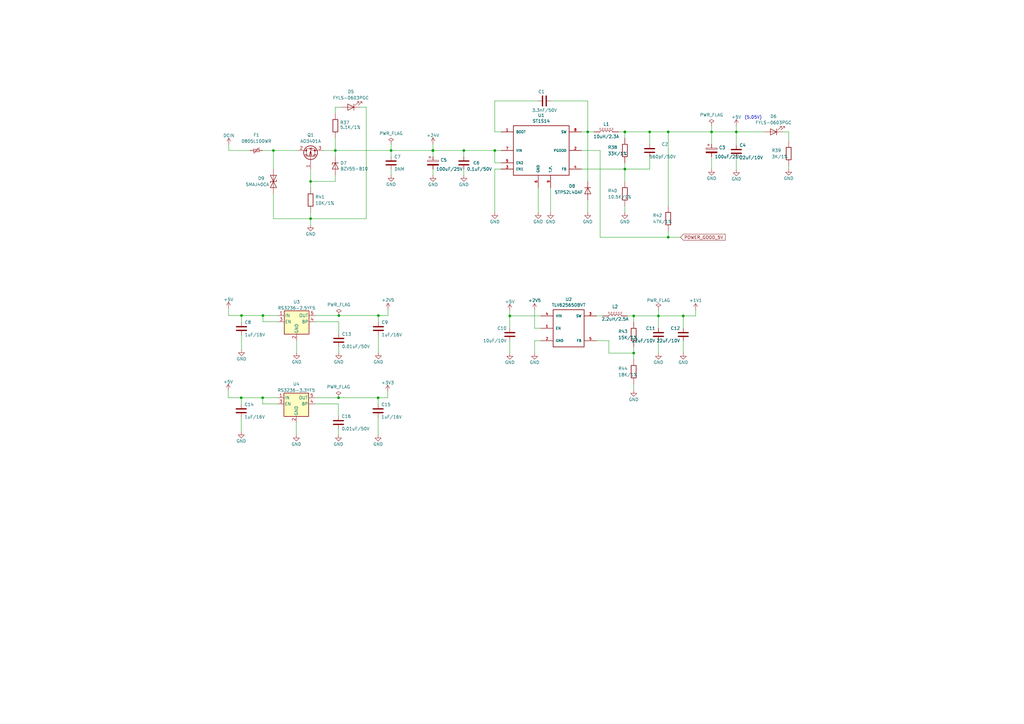
<source format=kicad_sch>
(kicad_sch (version 20230121) (generator eeschema)
  (paper "A3")
  (title_block (title "ПИР СЦХ-254 \"Карно\"\n(Karnix ASB-254)") (date "2024-02-01") (rev "V1.2") (company "ООО \"Фабмикро\"") (comment 1 "ФМТД.466961.029 Э3") (comment 2 "Залата Р.Н."))
  (lib_symbols
    (symbol "Fabmicro:+1V1" (power) (pin_names (offset 0))
      (property "Value" "+1V1" (at 0 3.556 0))
      (symbol "+1V1_0_1"
        (polyline (pts (xy -0.762 1.27) (xy 0 2.54)))
        (polyline (pts (xy 0 0) (xy 0 2.54)))
        (polyline (pts (xy 0 2.54) (xy 0.762 1.27)))
      )
      (symbol "+1V1_1_1"
        (pin power_in line (at 0 0 90) (length 0) hide (name "+1V1") (number "1"))
      )
    )
    (symbol "Fabmicro:+2V5" (power) (pin_names (offset 0))
      (property "Value" "+2V5" (at 0 3.556 0))
      (symbol "+2V5_0_1"
        (polyline (pts (xy -0.762 1.27) (xy 0 2.54)))
        (polyline (pts (xy 0 0) (xy 0 2.54)))
        (polyline (pts (xy 0 2.54) (xy 0.762 1.27)))
      )
      (symbol "+2V5_1_1"
        (pin power_in line (at 0 0 90) (length 0) hide (name "+2V5") (number "1"))
      )
    )
    (symbol "Fabmicro:+3V3" (power) (pin_names (offset 0))
      (property "Value" "+3V3" (at 0 3.556 0))
      (symbol "+3V3_0_1"
        (polyline (pts (xy -0.762 1.27) (xy 0 2.54)))
        (polyline (pts (xy 0 0) (xy 0 2.54)))
        (polyline (pts (xy 0 2.54) (xy 0.762 1.27)))
      )
      (symbol "+3V3_1_1"
        (pin power_in line (at 0 0 90) (length 0) hide (name "+3V3") (number "1"))
      )
    )
    (symbol "Fabmicro:CapacitorPolarized" (pin_numbers hide) (pin_names (offset 0.254))
      (property "Reference" "C" (at 0.635 2.54 0))
      (property "Value" "CapacitorPolarized" (at 0.635 -2.54 0))
      (symbol "CapacitorPolarized_0_1"
        (rectangle (start -2.286 0.508) (end 2.286 1.016))
        (polyline (pts (xy -1.778 2.286) (xy -0.762 2.286)))
        (polyline (pts (xy -1.27 2.794) (xy -1.27 1.778)))
        (rectangle (start 2.286 -0.508) (end -2.286 -1.016) (fill (type outline)))
      )
      (symbol "CapacitorPolarized_1_1"
        (pin passive line (at 0 2.54 270) (length 1.524) (name "~") (number "1"))
        (pin passive line (at 0 -2.54 90) (length 1.524) (name "~") (number "2"))
      )
    )
    (symbol "Fabmicro:CapacitorUnpolarized" (pin_numbers hide) (pin_names (offset 0.254))
      (property "Reference" "C" (at -2.54 0.635 90))
      (property "Value" "CapacitorUnpolarized" (at 2.54 0.635 90))
      (symbol "CapacitorUnpolarized_0_1"
        (polyline (pts (xy -0.762 -2.032) (xy -0.762 2.032)) (stroke (width 0.508)))
        (polyline (pts (xy 0.762 -2.032) (xy 0.762 2.032)) (stroke (width 0.508)))
      )
      (symbol "CapacitorUnpolarized_1_1"
        (pin passive line (at -2.54 0 0) (length 1.524) (name "~") (number "1"))
        (pin passive line (at 2.54 0 180) (length 1.524) (name "~") (number "2"))
      )
    )
    (symbol "Fabmicro:DCIN" (power) (pin_names (offset 0))
      (property "Value" "DCIN" (at 0 3.556 0))
      (symbol "DCIN_0_1"
        (polyline (pts (xy -0.762 1.27) (xy 0 2.54)))
        (polyline (pts (xy 0 0) (xy 0 2.54)))
        (polyline (pts (xy 0 2.54) (xy 0.762 1.27)))
      )
      (symbol "DCIN_1_1"
        (pin power_in line (at 0 0 90) (length 0) hide (name "DCIN") (number "1"))
      )
    )
    (symbol "Fabmicro:Diode" (pin_numbers hide) (pin_names (offset 1.016) hide)
      (property "Reference" "D" (at 3.81 2.54 0))
      (property "Value" "Diode" (at 3.81 -2.54 0))
      (symbol "Diode_1_1"
        (polyline (pts (xy 2.54 1.27) (xy 2.54 -1.27)) (stroke (width 0.2032)))
        (polyline (pts (xy 5.08 0) (xy 2.54 0)))
        (polyline (pts (xy 5.08 1.27) (xy 5.08 -1.27) (xy 2.54 0) (xy 5.08 1.27)) (stroke (width 0.2032)))
        (pin passive line (at 0 0 0) (length 2.54) (name "K") (number "1"))
        (pin passive line (at 7.62 0 180) (length 2.54) (name "A") (number "2"))
      )
    )
    (symbol "Fabmicro:LED" (pin_numbers hide) (pin_names (offset 1.016) hide)
      (property "Reference" "D" (at 3.81 2.54 0))
      (property "Value" "LED" (at 3.81 -2.54 0))
      (symbol "LED_0_1"
        (polyline (pts (xy 2.54 -1.27) (xy 2.54 1.27)) (stroke (width 0.2032)))
        (polyline (pts (xy 2.54 0) (xy 5.08 0)))
        (polyline (pts (xy 5.08 -1.27) (xy 5.08 1.27) (xy 2.54 0) (xy 5.08 -1.27)) (stroke (width 0.2032)))
        (polyline (pts (xy 0.762 -0.762) (xy -0.762 -2.286) (xy 0 -2.286) (xy -0.762 -2.286) (xy -0.762 -1.524)))
        (polyline (pts (xy 2.032 -0.762) (xy 0.508 -2.286) (xy 1.27 -2.286) (xy 0.508 -2.286) (xy 0.508 -1.524)))
      )
      (symbol "LED_1_1"
        (pin passive line (at 0 0 0) (length 2.54) (name "K") (number "1"))
        (pin passive line (at 7.62 0 180) (length 2.54) (name "A") (number "2"))
      )
    )
    (symbol "Fabmicro:L_Ferrite" (pin_numbers hide) (pin_names (offset 1.016) hide)
      (property "Reference" "L" (at 0 -1.27 0))
      (property "Value" "L_Ferrite" (at 0 2.794 0))
      (symbol "L_Ferrite_0_1"
        (arc (start -1.27 0) (mid -1.905 0.6323) (end -2.54 0))
        (arc (start 0 0) (mid -0.635 0.6323) (end -1.27 0))
        (polyline (pts (xy -2.794 1.524) (xy -2.286 1.524)))
        (polyline (pts (xy -2.286 1.016) (xy -2.794 1.016)))
        (polyline (pts (xy -1.778 1.524) (xy -1.27 1.524)))
        (polyline (pts (xy -1.27 1.016) (xy -1.778 1.016)))
        (polyline (pts (xy -0.762 1.524) (xy -0.254 1.524)))
        (polyline (pts (xy -0.254 1.016) (xy -0.762 1.016)))
        (polyline (pts (xy 0.254 1.524) (xy 0.762 1.524)))
        (polyline (pts (xy 0.762 1.016) (xy 0.254 1.016)))
        (polyline (pts (xy 1.27 1.524) (xy 1.778 1.524)))
        (polyline (pts (xy 1.778 1.016) (xy 1.27 1.016)))
        (polyline (pts (xy 2.286 1.524) (xy 2.794 1.524)))
        (polyline (pts (xy 2.794 1.016) (xy 2.286 1.016)))
        (arc (start 1.27 0) (mid 0.635 0.6323) (end 0 0))
        (arc (start 2.54 0) (mid 1.905 0.6323) (end 1.27 0))
      )
      (symbol "L_Ferrite_1_1"
        (pin passive line (at -5.08 0 0) (length 2.54) (name "1") (number "1"))
        (pin passive line (at 5.08 0 180) (length 2.54) (name "2") (number "2"))
      )
    )
    (symbol "Fabmicro:MOSFET_P_CH" (pin_names (offset 1.016) hide)
      (property "Reference" "VT" (at 10.16 2.54 0))
      (property "Value" "MOSFET_P_CH" (at 10.16 0 0))
      (symbol "MOSFET_P_CH_1_1"
        (polyline (pts (xy 2.54 0) (xy 5.334 0)))
        (polyline (pts (xy 5.842 -1.778) (xy 7.62 -1.778)))
        (polyline (pts (xy 5.842 -1.27) (xy 5.842 -2.286)) (stroke (width 0.254)))
        (polyline (pts (xy 5.842 0) (xy 7.62 0)))
        (polyline (pts (xy 5.842 0.508) (xy 5.842 -0.508)) (stroke (width 0.254)))
        (polyline (pts (xy 5.842 1.778) (xy 7.62 1.778)))
        (polyline (pts (xy 5.842 2.286) (xy 5.842 1.27)) (stroke (width 0.254)))
        (polyline (pts (xy 7.62 -1.778) (xy 7.62 -2.54)))
        (polyline (pts (xy 7.62 -1.778) (xy 7.62 0)))
        (polyline (pts (xy 7.62 2.54) (xy 7.62 1.778)))
        (polyline (pts (xy 5.334 1.905) (xy 5.334 -1.905) (xy 5.334 -1.905)) (stroke (width 0.254)))
        (polyline (pts (xy 7.366 0) (xy 6.35 -0.381) (xy 6.35 0.381) (xy 7.366 0)) (fill (type outline)))
        (polyline (pts (xy 7.62 -1.778) (xy 8.382 -1.778) (xy 8.382 1.778) (xy 7.62 1.778)))
        (polyline (pts (xy 8.382 -0.381) (xy 8.763 0.254) (xy 8.001 0.254) (xy 8.382 -0.381)))
        (polyline (pts (xy 8.89 -0.508) (xy 8.763 -0.381) (xy 8.001 -0.381) (xy 7.874 -0.254)))
        (circle (center 6.731 0) (radius 2.8194) (stroke (width 0.254)))
        (circle (center 7.62 -1.778) (radius 0.2794) (fill (type outline)))
        (circle (center 7.62 1.778) (radius 0.2794) (fill (type outline)))
        (pin input line (at 0 0 0) (length 2.54) (name "G") (number "1"))
        (pin passive line (at 7.62 5.08 270) (length 2.54) (name "D") (number "2"))
        (pin passive line (at 7.62 -5.08 90) (length 2.54) (name "S") (number "3"))
      )
    )
    (symbol "Fabmicro:Polyfuse_Small" (pin_numbers hide) (pin_names (offset 0))
      (property "Reference" "F" (at 2.54 1.905 0))
      (property "Value" "Polyfuse_Small" (at 2.54 -1.905 0))
      (symbol "Polyfuse_Small_0_1"
        (polyline (pts (xy 5.08 0) (xy 0 0)))
        (polyline (pts (xy 3.81 1.016) (xy 3.302 1.016) (xy 1.778 -1.016) (xy 1.27 -1.016)))
        (rectangle (start 3.81 0.508) (end 1.27 -0.508))
      )
      (symbol "Polyfuse_Small_1_1"
        (pin passive line (at 5.08 0 180) (length 0.635) (name "~") (number "1"))
        (pin passive line (at 0 0 0) (length 0.635) (name "~") (number "2"))
      )
    )
    (symbol "Fabmicro:ProtectiveDiodeDA" (pin_numbers hide) (pin_names (offset 1.016) hide)
      (property "Reference" "D" (at 5.08 2.54 0))
      (property "Value" "ProtectiveDiodeDA" (at 6.35 -2.54 0))
      (symbol "ProtectiveDiodeDA_1_1"
        (polyline (pts (xy 2.54 0) (xy 5.08 0)))
        (polyline (pts (xy 7.62 0) (xy 5.08 0)))
        (polyline (pts (xy 2.54 -1.27) (xy 2.54 1.27) (xy 5.08 0) (xy 2.54 -1.27)) (stroke (width 0.2032)))
        (polyline (pts (xy 4.445 1.27) (xy 5.08 1.27) (xy 5.08 -1.27) (xy 5.715 -1.27)) (stroke (width 0.2032)))
        (polyline (pts (xy 7.62 1.27) (xy 7.62 -1.27) (xy 5.08 0) (xy 7.62 1.27)) (stroke (width 0.2032)))
        (pin passive line (at 0 0 0) (length 2.54) (name "K") (number "1"))
        (pin passive line (at 10.16 0 180) (length 2.54) (name "A") (number "2"))
      )
    )
    (symbol "Fabmicro:RS3236" (pin_names (offset 0.254))
      (property "Reference" "U" (at -3.81 5.715 0))
      (property "Value" "RS3236" (at 0 5.715 0))
      (symbol "RS3236_0_1"
        (rectangle (start -5.08 4.445) (end 5.08 -5.08) (stroke (width 0.254)) (fill (type background)))
      )
      (symbol "RS3236_1_1"
        (pin power_in line (at -7.62 2.54 0) (length 2.54) (name "IN") (number "1"))
        (pin power_in line (at 0 -7.62 90) (length 2.54) (name "GND") (number "2"))
        (pin input line (at -7.62 0 0) (length 2.54) (name "EN") (number "3"))
        (pin input line (at 7.62 0 180) (length 2.54) (name "BP") (number "4"))
        (pin power_out line (at 7.62 2.54 180) (length 2.54) (name "OUT") (number "5"))
      )
    )
    (symbol "Fabmicro:Resistor" (pin_numbers hide) (pin_names (offset 0))
      (property "Reference" "R" (at 0 2.032 0))
      (property "Value" "Resistor" (at 0 0 0))
      (symbol "Resistor_0_1"
        (rectangle (start 2.54 -1.016) (end -2.54 1.016) (stroke (width 0.254)))
      )
      (symbol "Resistor_1_1"
        (pin passive line (at -5.08 0 0) (length 2.54) (name "~") (number "1"))
        (pin passive line (at 5.08 0 180) (length 2.54) (name "~") (number "2"))
      )
    )
    (symbol "Fabmicro:ST1S14" (pin_names (offset 1.016))
      (property "Reference" "IC" (at 0 3.81 0))
      (property "Value" "ST1S14" (at 0 1.27 0))
      (symbol "ST1S14_1_0"
        (polyline (pts (xy 0 -20.32) (xy 0 0)) (stroke (width 0.254)))
        (polyline (pts (xy 0 0) (xy 22.86 0)) (stroke (width 0.254)))
        (polyline (pts (xy 22.86 -20.32) (xy 0 -20.32)) (stroke (width 0.254)))
        (polyline (pts (xy 22.86 0) (xy 22.86 -20.32)) (stroke (width 0.254)))
      )
      (symbol "ST1S14_1_1"
        (pin passive line (at -5.08 -2.54 0) (length 5.08) (name "BOOT") (number "1"))
        (pin open_collector line (at 27.94 -10.16 180) (length 5.08) (name "PGOOD") (number "2"))
        (pin input line (at -5.08 -17.78 0) (length 5.08) (name "EN1") (number "3"))
        (pin passive line (at 27.94 -17.78 180) (length 5.08) (name "FB") (number "4"))
        (pin input line (at -5.08 -15.24 0) (length 5.08) (name "EN2") (number "5"))
        (pin power_in line (at 10.16 -25.4 90) (length 5.08) (name "GND") (number "6"))
        (pin power_in line (at -5.08 -10.16 0) (length 5.08) (name "VIN") (number "7"))
        (pin power_out line (at 27.94 -2.54 180) (length 5.08) (name "SW") (number "8"))
        (pin power_in line (at 15.24 -25.4 90) (length 5.08) (name "T.P.") (number "9"))
      )
    )
    (symbol "Fabmicro:TLV62565DBVT" (pin_names (offset 1.016))
      (property "Reference" "IC" (at 0 2.54 0))
      (property "Value" "TLV62565DBVT" (at 5.08 2.54 0))
      (symbol "TLV62565DBVT_1_0"
        (polyline (pts (xy 0 -15.24) (xy 0 0)) (stroke (width 0.254)))
        (polyline (pts (xy 0 0) (xy 12.7 0)) (stroke (width 0.254)))
        (polyline (pts (xy 12.7 -15.24) (xy 0 -15.24)) (stroke (width 0.254)))
        (polyline (pts (xy 12.7 0) (xy 12.7 -15.24)) (stroke (width 0.254)))
      )
      (symbol "TLV62565DBVT_1_1"
        (pin input line (at -5.08 -7.62 0) (length 5.08) (name "EN") (number "1"))
        (pin power_in line (at -5.08 -12.7 0) (length 5.08) (name "GND") (number "2"))
        (pin power_out line (at 17.78 -2.54 180) (length 5.08) (name "SW") (number "3"))
        (pin power_in line (at -5.08 -2.54 0) (length 5.08) (name "VIN") (number "4"))
        (pin input line (at 17.78 -12.7 180) (length 5.08) (name "FB") (number "5"))
      )
    )
    (symbol "Fabmicro:ZenerDiode" (pin_numbers hide) (pin_names (offset 1.016) hide)
      (property "Reference" "D" (at 2.54 2.54 0))
      (property "Value" "ZenerDiode" (at 3.81 -2.54 0))
      (symbol "ZenerDiode_1_1"
        (polyline (pts (xy 5.08 0) (xy 2.54 0)))
        (polyline (pts (xy 2.54 1.27) (xy 2.54 -1.27) (xy 3.175 -1.27)) (stroke (width 0.2032)))
        (polyline (pts (xy 5.08 1.27) (xy 5.08 -1.27) (xy 2.54 0) (xy 5.08 1.27)) (stroke (width 0.2032)))
        (pin passive line (at 0 0 0) (length 2.54) (name "K") (number "1"))
        (pin passive line (at 7.62 0 180) (length 2.54) (name "A") (number "2"))
      )
    )
    (symbol "power:+24V" (power) (pin_names (offset 0))
      (property "Value" "+24V" (at 0 3.556 0))
      (symbol "+24V_0_1"
        (polyline (pts (xy -0.762 1.27) (xy 0 2.54)))
        (polyline (pts (xy 0 0) (xy 0 2.54)))
        (polyline (pts (xy 0 2.54) (xy 0.762 1.27)))
      )
      (symbol "+24V_1_1"
        (pin power_in line (at 0 0 90) (length 0) hide (name "+24V") (number "1"))
      )
    )
    (symbol "power:+5V" (power) (pin_names (offset 0))
      (property "Value" "+5V" (at 0 3.556 0))
      (symbol "+5V_0_1"
        (polyline (pts (xy -0.762 1.27) (xy 0 2.54)))
        (polyline (pts (xy 0 0) (xy 0 2.54)))
        (polyline (pts (xy 0 2.54) (xy 0.762 1.27)))
      )
      (symbol "+5V_1_1"
        (pin power_in line (at 0 0 90) (length 0) hide (name "+5V") (number "1"))
      )
    )
    (symbol "power:GND" (power) (pin_names (offset 0))
      (property "Value" "GND" (at 0 -3.81 0))
      (symbol "GND_0_1"
        (polyline (pts (xy 0 0) (xy 0 -1.27) (xy 1.27 -1.27) (xy 0 -2.54) (xy -1.27 -1.27) (xy 0 -1.27)))
      )
      (symbol "GND_1_1"
        (pin power_in line (at 0 0 270) (length 0) hide (name "GND") (number "1"))
      )
    )
    (symbol "power:PWR_FLAG" (power) (pin_numbers hide) (pin_names (offset 0) hide)
      (property "Value" "PWR_FLAG" (at 0 3.81 0))
      (symbol "PWR_FLAG_0_0"
        (pin power_out line (at 0 0 90) (length 0) (name "pwr") (number "1"))
      )
      (symbol "PWR_FLAG_0_1"
        (polyline (pts (xy 0 0) (xy 0 1.27) (xy -1.016 1.905) (xy 0 2.54) (xy 1.016 1.905) (xy 0 1.27)))
      )
    )
  )
  (junction (at 127.381 89.662))
  (junction (at 99.0541 129.4152))
  (junction (at 259.8982 144.8122))
  (junction (at 291.846 54.102))
  (junction (at 256.286 69.342))
  (junction (at 177.546 61.7389))
  (junction (at 270.0582 129.5722))
  (junction (at 137.541 61.722))
  (junction (at 155.0782 163.1315))
  (junction (at 190.246 61.722))
  (junction (at 202.946 61.722))
  (junction (at 274.066 97.282))
  (junction (at 127.381 74.422))
  (junction (at 209.0982 129.5722))
  (junction (at 155.2007 129.4152))
  (junction (at 241.046 54.102))
  (junction (at 280.2182 129.5722))
  (junction (at 107.7201 163.1315))
  (junction (at 266.446 54.102))
  (junction (at 138.8599 163.1315))
  (junction (at 138.9824 129.4152))
  (junction (at 274.066 54.102))
  (junction (at 256.286 54.102))
  (junction (at 98.9316 163.1315))
  (junction (at 112.141 61.722))
  (junction (at 259.8982 129.5722))
  (junction (at 302.006 54.102))
  (junction (at 177.546 61.722))
  (junction (at 160.401 61.722))
  (junction (at 107.8426 129.4152))
  (wire (pts (xy 323.469 57.912) (xy 323.469 54.102)))
  (wire (pts (xy 121.5376 178.3715) (xy 121.5376 173.2915)))
  (wire (pts (xy 127.381 69.342) (xy 127.381 74.422)))
  (wire (pts (xy 113.9176 165.6715) (xy 107.7201 165.6715)))
  (wire (pts (xy 241.046 41.402) (xy 225.806 41.402)))
  (wire (pts (xy 93.853 59.182) (xy 93.853 61.722)))
  (wire (pts (xy 107.7201 165.6715) (xy 107.7201 163.1315)))
  (wire (pts (xy 129.2801 131.9552) (xy 138.9321 131.9552)))
  (wire (pts (xy 155.194 143.3598) (xy 155.2007 143.3598)))
  (wire (pts (xy 129.1576 165.6715) (xy 138.8096 165.6715)))
  (wire (pts (xy 219.2582 134.6522) (xy 219.2582 127.0322)))
  (wire (pts (xy 249.7382 139.7322) (xy 249.7382 144.8122)))
  (wire (pts (xy 270.0582 129.5722) (xy 280.2182 129.5722)))
  (wire (pts (xy 190.246 61.722) (xy 202.946 61.722)))
  (wire (pts (xy 266.446 69.342) (xy 266.446 64.262)))
  (wire (pts (xy 159.004 160.528) (xy 159.004 163.1315)))
  (wire (pts (xy 140.081 43.942) (xy 137.541 43.942)))
  (wire (pts (xy 177.5784 61.8216) (xy 177.546 61.8216)))
  (wire (pts (xy 177.546 61.722) (xy 190.246 61.722)))
  (wire (pts (xy 160.401 69.3616) (xy 160.401 71.8374)))
  (wire (pts (xy 209.0982 139.7322) (xy 209.0982 144.8122)))
  (wire (pts (xy 209.0982 127.2862) (xy 209.0982 129.5722)))
  (wire (pts (xy 177.546 61.722) (xy 177.546 61.7389)))
  (wire (pts (xy 160.401 61.722) (xy 160.401 64.2816)))
  (wire (pts (xy 155.0715 178.3693) (xy 155.0715 177.0761)))
  (wire (pts (xy 209.0982 129.5722) (xy 221.7982 129.5722)))
  (wire (pts (xy 99.0541 129.4152) (xy 99.0541 132.2092)))
  (wire (pts (xy 98.9316 163.1315) (xy 93.599 163.1315)))
  (wire (pts (xy 246.126 97.282) (xy 274.066 97.282)))
  (wire (pts (xy 177.6 61.7389) (xy 177.546 61.7389)))
  (wire (pts (xy 121.6601 144.6552) (xy 121.6601 139.5752)))
  (wire (pts (xy 256.286 69.342) (xy 256.286 74.422)))
  (wire (pts (xy 246.126 61.722) (xy 246.126 97.282)))
  (wire (pts (xy 137.541 61.722) (xy 137.541 56.642)))
  (wire (pts (xy 302.006 54.102) (xy 302.006 59.563)))
  (wire (pts (xy 137.541 43.942) (xy 137.541 46.482)))
  (wire (pts (xy 177.6 64.26) (xy 177.6 61.7389)))
  (wire (pts (xy 225.806 76.962) (xy 225.806 87.122)))
  (wire (pts (xy 202.946 54.102) (xy 205.486 54.102)))
  (wire (pts (xy 274.066 84.582) (xy 274.066 54.102)))
  (wire (pts (xy 155.0715 177.0761) (xy 155.0782 177.0761)))
  (wire (pts (xy 238.506 61.722) (xy 246.126 61.722)))
  (wire (pts (xy 259.8982 129.5722) (xy 270.0582 129.5722)))
  (wire (pts (xy 238.506 69.342) (xy 256.286 69.342)))
  (wire (pts (xy 137.541 71.882) (xy 137.541 74.422)))
  (wire (pts (xy 259.8982 160.0522) (xy 259.8982 157.5122)))
  (wire (pts (xy 147.701 43.942) (xy 150.241 43.942)))
  (wire (pts (xy 112.141 69.342) (xy 112.141 61.722)))
  (wire (pts (xy 259.8982 129.5722) (xy 259.8982 132.1122)))
  (wire (pts (xy 138.8096 178.3715) (xy 138.8096 175.8315)))
  (wire (pts (xy 202.946 61.722) (xy 202.946 66.802)))
  (wire (pts (xy 253.746 54.102) (xy 256.286 54.102)))
  (wire (pts (xy 159.131 126.873) (xy 159.131 129.4152)))
  (wire (pts (xy 256.286 54.102) (xy 266.446 54.102)))
  (wire (pts (xy 291.846 64.262) (xy 291.846 69.342)))
  (wire (pts (xy 107.8426 129.4152) (xy 114.0401 129.4152)))
  (wire (pts (xy 323.469 69.342) (xy 323.469 68.072)))
  (wire (pts (xy 177.5784 59.097) (xy 177.5784 61.8216)))
  (wire (pts (xy 244.6582 139.7322) (xy 249.7382 139.7322)))
  (wire (pts (xy 274.066 97.282) (xy 274.066 94.742)))
  (wire (pts (xy 155.2007 143.3598) (xy 155.2007 137.2892)))
  (wire (pts (xy 291.846 54.102) (xy 291.846 59.182)))
  (wire (pts (xy 220.726 41.402) (xy 202.946 41.402)))
  (wire (pts (xy 209.0982 129.5722) (xy 209.0982 134.6522)))
  (wire (pts (xy 107.7201 163.1315) (xy 98.9316 163.1315)))
  (wire (pts (xy 270.0582 129.5722) (xy 270.0582 127.0322)))
  (wire (pts (xy 238.506 54.102) (xy 241.046 54.102)))
  (wire (pts (xy 221.7982 139.7322) (xy 219.2582 139.7322)))
  (wire (pts (xy 241.046 74.422) (xy 241.046 54.102)))
  (wire (pts (xy 93.7215 129.4152) (xy 93.7215 126.4307)))
  (wire (pts (xy 302.006 64.643) (xy 302.006 69.596)))
  (wire (pts (xy 291.846 54.102) (xy 302.006 54.102)))
  (wire (pts (xy 285.2982 129.5722) (xy 285.2982 127.0322)))
  (wire (pts (xy 138.9321 144.6552) (xy 138.9321 142.1152)))
  (wire (pts (xy 274.066 54.102) (xy 291.846 54.102)))
  (wire (pts (xy 160.401 61.722) (xy 177.546 61.722)))
  (wire (pts (xy 202.946 66.802) (xy 205.486 66.802)))
  (wire (pts (xy 280.2182 129.5722) (xy 285.2982 129.5722)))
  (wire (pts (xy 259.8982 142.2722) (xy 259.8982 144.8122)))
  (wire (pts (xy 159.004 163.1315) (xy 155.0782 163.1315)))
  (wire (pts (xy 256.286 84.582) (xy 256.286 87.122)))
  (wire (pts (xy 177.6 71.9) (xy 177.6 69.34)))
  (wire (pts (xy 280.2182 139.7322) (xy 280.2182 144.8122)))
  (wire (pts (xy 127.381 74.422) (xy 127.381 76.962)))
  (wire (pts (xy 138.8096 165.6715) (xy 138.8096 170.7515)))
  (wire (pts (xy 155.0782 163.1315) (xy 155.0782 165.9255)))
  (wire (pts (xy 241.046 54.102) (xy 241.046 41.402)))
  (wire (pts (xy 313.436 54.102) (xy 302.006 54.102)))
  (wire (pts (xy 291.846 51.562) (xy 291.846 54.102)))
  (wire (pts (xy 256.286 54.102) (xy 256.286 56.642)))
  (wire (pts (xy 259.8982 144.8122) (xy 259.8982 147.3522)))
  (wire (pts (xy 137.541 64.262) (xy 137.541 61.722)))
  (wire (pts (xy 138.9321 131.9552) (xy 138.9321 137.0352)))
  (wire (pts (xy 205.486 69.342) (xy 202.946 69.342)))
  (wire (pts (xy 270.0582 139.7322) (xy 270.0582 144.8122)))
  (wire (pts (xy 132.461 61.722) (xy 137.541 61.722)))
  (wire (pts (xy 107.696 61.722) (xy 112.141 61.722)))
  (wire (pts (xy 202.946 41.402) (xy 202.946 54.102)))
  (wire (pts (xy 244.6582 129.5722) (xy 247.1982 129.5722)))
  (wire (pts (xy 107.8426 129.4152) (xy 99.0541 129.4152)))
  (wire (pts (xy 155.0782 163.1315) (xy 138.8599 163.1315)))
  (wire (pts (xy 270.0582 129.5722) (xy 270.0582 134.6522)))
  (wire (pts (xy 93.599 163.1315) (xy 93.599 160.147)))
  (wire (pts (xy 150.241 89.662) (xy 150.241 43.942)))
  (wire (pts (xy 190.246 71.882) (xy 190.246 69.342)))
  (wire (pts (xy 127.381 87.122) (xy 127.381 89.662)))
  (wire (pts (xy 302.006 51.562) (xy 302.006 54.102)))
  (wire (pts (xy 221.7982 134.6522) (xy 219.2582 134.6522)))
  (wire (pts (xy 159.131 129.4152) (xy 155.2007 129.4152)))
  (wire (pts (xy 205.486 61.722) (xy 202.946 61.722)))
  (wire (pts (xy 280.2182 129.5722) (xy 280.2182 134.6522)))
  (wire (pts (xy 274.066 97.282) (xy 279.146 97.282)))
  (wire (pts (xy 219.2582 139.7322) (xy 219.2582 144.8122)))
  (wire (pts (xy 266.446 54.102) (xy 274.066 54.102)))
  (wire (pts (xy 99.0541 129.4152) (xy 93.7215 129.4152)))
  (wire (pts (xy 138.8599 163.1315) (xy 129.1576 163.1315)))
  (wire (pts (xy 241.046 54.102) (xy 243.586 54.102)))
  (wire (pts (xy 112.141 61.722) (xy 122.301 61.722)))
  (wire (pts (xy 323.469 54.102) (xy 321.056 54.102)))
  (wire (pts (xy 98.9316 177.1015) (xy 98.9316 171.0055)))
  (wire (pts (xy 249.7382 144.8122) (xy 259.8982 144.8122)))
  (wire (pts (xy 155.194 144.653) (xy 155.194 143.3598)))
  (wire (pts (xy 112.141 79.502) (xy 112.141 89.662)))
  (wire (pts (xy 177.546 61.7389) (xy 177.546 61.8216)))
  (wire (pts (xy 202.946 69.342) (xy 202.946 87.122)))
  (wire (pts (xy 137.541 61.722) (xy 160.401 61.722)))
  (wire (pts (xy 107.8426 131.9552) (xy 107.8426 129.4152)))
  (wire (pts (xy 241.046 87.122) (xy 241.046 82.042)))
  (wire (pts (xy 98.9316 163.1315) (xy 98.9316 165.9255)))
  (wire (pts (xy 127.381 89.662) (xy 150.241 89.662)))
  (wire (pts (xy 266.446 59.182) (xy 266.446 54.102)))
  (wire (pts (xy 160.401 61.722) (xy 160.401 59.182)))
  (wire (pts (xy 155.2007 129.4152) (xy 138.9824 129.4152)))
  (wire (pts (xy 93.853 61.722) (xy 102.616 61.722)))
  (wire (pts (xy 256.286 69.342) (xy 266.446 69.342)))
  (wire (pts (xy 220.726 76.962) (xy 220.726 87.122)))
  (wire (pts (xy 99.0541 143.3852) (xy 99.0541 137.2892)))
  (wire (pts (xy 127.381 74.422) (xy 137.541 74.422)))
  (wire (pts (xy 155.2007 129.4152) (xy 155.2007 132.2092)))
  (wire (pts (xy 190.246 64.262) (xy 190.246 61.722)))
  (wire (pts (xy 256.286 66.802) (xy 256.286 69.342)))
  (wire (pts (xy 114.0401 131.9552) (xy 107.8426 131.9552)))
  (wire (pts (xy 112.141 89.662) (xy 127.381 89.662)))
  (wire (pts (xy 257.3582 129.5722) (xy 259.8982 129.5722)))
  (wire (pts (xy 127.381 92.202) (xy 127.381 89.662)))
  (wire (pts (xy 155.0782 177.0761) (xy 155.0782 171.0055)))
  (wire (pts (xy 107.7201 163.1315) (xy 113.9176 163.1315)))
  (wire (pts (xy 138.9824 129.4152) (xy 129.2801 129.4152)))
  (text "(5.05V)" (at 305.308 49.022 0) (effects (font (size 1.27 1.27)) (justify left bottom)))
  (global_label "POWER_GOOD_5V" (shape input) (at 279.146 97.282 0) (property "Intersheetrefs" "${INTERSHEET_REFS}" (effects hide)))
  (symbol (lib_id "Fabmicro:+1V1") (at 285.2982 127.0322 0) (unit 1)
    (property "Reference" "#PWR038" (effects hide))
    (property "Value" "+1V1" (at 285.2982 123.2222 0))
  )
  (symbol (lib_id "Fabmicro:+2V5") (at 219.2582 127.0322 0) (unit 1)
    (property "Reference" "#PWR037" (effects hide))
    (property "Value" "+2V5" (at 219.2582 123.2222 0))
  )
  (symbol (lib_id "Fabmicro:TLV62565DBVT") (at 226.8782 127.0322 0) (unit 1)
    (property "Reference" "U2" (at 233.2282 122.7904 0))
    (property "Value" "TLV62565DBVT" (at 233.2282 125.1018 0))
    (property "Footprint" "Fabmicro:SOT-23-5" (effects hide))
    (property "Поле4" "Texas Instruments Incorporated" (effects hide))
    (property "Поле5" "Available" (effects hide))
    (property "Поле7" "TLV62565DBVT" (effects hide))
    (property "Поле8" "5 Pins SOT23-5 Package" (effects hide))
    (property "Mfr. Part Number" "TLV62565DBV" (effects hide))
    (property "Supplier" "Fabmicro" (effects hide))
    (property "Manufacturer" "Texas Instruments Incorporated" (effects hide))
  )
  (symbol (lib_id "Fabmicro:CapacitorUnpolarized") (at 209.0982 137.1922 90) (mirror x) (unit 1)
    (property "Reference" "C10" (at 207.8282 134.6522 90) (effects (justify left)))
    (property "Value" "10uF/10V" (at 207.8282 139.7322 90) (effects (justify left)))
    (property "Footprint" "Capacitor_SMD:C_0603_1608Metric" (effects hide))
    (property "Mfr. Part Number" "GRM188R61A106KE69D" (effects hide))
    (property "Supplier" "Fabmicro" (effects hide))
  )
  (symbol (lib_id "power:GND") (at 219.2582 144.8122 0) (unit 1)
    (property "Reference" "#PWR045" (effects hide))
    (property "Value" "GND" (at 219.2582 148.6222 0))
  )
  (symbol (lib_id "Fabmicro:L_Ferrite") (at 252.2782 129.5722 0) (unit 1)
    (property "Reference" "L2" (at 252.2782 125.7622 0))
    (property "Value" "2.2uH/2.5A" (at 252.2782 130.8422 0))
    (property "Footprint" "Fabmicro:Murata_LQH44PN" (effects hide))
    (property "Mfr. Part Number" "LQH44PN2R2MP0" (effects hide))
    (property "Supplier" "Fabmicro" (effects hide))
  )
  (symbol (lib_id "Fabmicro:Resistor") (at 259.8982 152.4322 270) (unit 1)
    (property "Reference" "R44" (at 253.5482 151.1622 90) (effects (justify left)))
    (property "Value" "18K/1%" (at 253.5482 153.7022 90) (effects (justify left)))
    (property "Footprint" "Fabmicro:R_0402_1005Metric" (effects hide))
    (property "Mfr. Part Number" "RC0402FR-0718KL" (effects hide))
    (property "Supplier" "Fabmicro" (effects hide))
  )
  (symbol (lib_id "Fabmicro:Resistor") (at 259.8982 137.1922 270) (unit 1)
    (property "Reference" "R43" (at 253.5482 135.9222 90) (effects (justify left)))
    (property "Value" "15K/1%" (at 253.5482 138.4622 90) (effects (justify left)))
    (property "Footprint" "Fabmicro:R_0402_1005Metric" (effects hide))
    (property "Mfr. Part Number" "RC0402FR-0715KL" (effects hide))
    (property "Supplier" "Fabmicro" (effects hide))
  )
  (symbol (lib_id "power:GND") (at 209.0982 144.8122 0) (unit 1)
    (property "Reference" "#PWR044" (effects hide))
    (property "Value" "GND" (at 209.0982 148.6222 0))
  )
  (symbol (lib_id "power:GND") (at 270.0582 144.8122 0) (unit 1)
    (property "Reference" "#PWR046" (effects hide))
    (property "Value" "GND" (at 270.0582 148.6222 0))
  )
  (symbol (lib_id "power:GND") (at 259.8982 160.0522 0) (unit 1)
    (property "Reference" "#PWR048" (effects hide))
    (property "Value" "GND" (at 259.8982 163.8622 0))
  )
  (symbol (lib_id "power:GND") (at 280.2182 144.8122 0) (unit 1)
    (property "Reference" "#PWR047" (effects hide))
    (property "Value" "GND" (at 280.2182 148.6222 0))
  )
  (symbol (lib_id "Fabmicro:CapacitorUnpolarized") (at 270.0582 137.1922 90) (mirror x) (unit 1)
    (property "Reference" "C11" (at 268.7882 134.6522 90) (effects (justify left)))
    (property "Value" "22uF/10V" (at 268.7882 139.7322 90) (effects (justify left)))
    (property "Footprint" "Capacitor_SMD:C_0805_2012Metric" (effects hide))
    (property "Mfr. Part Number" "TCC0805X5R226M100FT" (effects hide))
    (property "Supplier" "Fabmicro" (effects hide))
  )
  (symbol (lib_id "Fabmicro:CapacitorUnpolarized") (at 280.2182 137.1922 90) (mirror x) (unit 1)
    (property "Reference" "C12" (at 278.9482 134.6522 90) (effects (justify left)))
    (property "Value" "22uF/10V" (at 278.9482 139.7322 90) (effects (justify left)))
    (property "Footprint" "Capacitor_SMD:C_0805_2012Metric" (effects hide))
    (property "Mfr. Part Number" "TCC0805X5R226M100FT" (effects hide))
    (property "Supplier" "Fabmicro" (effects hide))
  )
  (symbol (lib_id "power:PWR_FLAG") (at 270.0582 127.0322 0) (unit 1)
    (property "Reference" "#FLG03" (effects hide))
    (property "Value" "PWR_FLAG" (at 270.0582 123.2222 0))
  )
  (symbol (lib_id "Fabmicro:RS3236") (at 121.6601 131.9552 0) (unit 1)
    (property "Reference" "U3" (at 121.6601 123.8104 0))
    (property "Value" "RS3236-2.5YF5" (at 121.6601 126.3473 0))
    (property "Footprint" "Package_TO_SOT_SMD:SOT-23-5" (effects hide))
    (property "Mfr. Part Number" "RS3236-2.5YF5" (effects hide))
  )
  (symbol (lib_id "Fabmicro:CapacitorUnpolarized") (at 160.401 66.8216 270) (unit 1)
    (property "Reference" "C7" (at 161.671 64.2816 90) (effects (justify left)))
    (property "Value" "DNM" (at 161.671 69.3616 90) (effects (justify left)))
    (property "Footprint" "Capacitor_SMD:C_0805_2012Metric" (effects hide))
    (property "Supplier" "Fabmicro" (effects hide))
  )
  (symbol (lib_id "Fabmicro:ST1S14") (at 210.566 51.562 0) (unit 1)
    (property "Reference" "U1" (at 221.996 47.3202 0))
    (property "Value" "ST1S14" (at 221.996 49.657 0))
    (property "Footprint" "Fabmicro:HSOIC-8_3.9x4.9mm_P1.27mm" (effects hide))
    (property "Manufacturer" "STMicroelectronics" (effects hide))
    (property "Mfr. Part Number" "ST1S14PHR" (effects hide))
    (property "Supplier" "Elitan" (effects hide))
  )
  (symbol (lib_id "Fabmicro:CapacitorUnpolarized") (at 302.006 62.103 270) (unit 1)
    (property "Reference" "C4" (at 303.276 59.563 90) (effects (justify left)))
    (property "Value" "22uF/10V" (at 303.276 64.643 90) (effects (justify left)))
    (property "Footprint" "Capacitor_SMD:C_0805_2012Metric" (effects hide))
    (property "Mfr. Part Number" "TCC0805X5R226M100FT" (effects hide))
    (property "Supplier" "Fabmicro" (effects hide))
  )
  (symbol (lib_id "Fabmicro:DCIN") (at 93.853 59.182 0) (unit 1)
    (property "Reference" "#PWR03" (effects hide))
    (property "Value" "DCIN" (at 93.853 55.6149 0))
    (instances (project "Karnix_ASB" (path "" (reference "#PWR03") (unit 1)) (path "" (reference "#PWR022") (unit 1))))
  )
  (symbol (lib_id "power:GND") (at 323.469 69.342 0) (unit 1)
    (property "Reference" "#PWR024" (effects hide))
    (property "Value" "GND" (at 323.469 73.152 0))
  )
  (symbol (lib_id "power:+24V") (at 177.5784 59.097 0) (unit 1)
    (property "Reference" "#PWR021" (effects hide))
    (property "Value" "+24V" (at 177.5784 55.5299 0))
  )
  (symbol (lib_id "power:GND") (at 225.806 87.122 0) (mirror y) (unit 1)
    (property "Reference" "#PWR031" (effects hide))
    (property "Value" "GND" (at 225.806 90.932 0))
  )
  (symbol (lib_id "power:PWR_FLAG") (at 291.846 51.562 0) (unit 1)
    (property "Reference" "#FLG01" (effects hide))
    (property "Value" "PWR_FLAG" (at 291.846 47.117 0))
  )
  (symbol (lib_id "power:+5V") (at 209.0982 127.2862 0) (unit 1)
    (property "Reference" "#PWR039" (effects hide))
    (property "Value" "+5V" (at 209.0982 123.7191 0))
  )
  (symbol (lib_id "Fabmicro:CapacitorUnpolarized") (at 99.0541 134.7492 270) (unit 1)
    (property "Reference" "C8" (at 100.3241 132.2092 90) (effects (justify left)))
    (property "Value" "1uF/16V" (at 100.3241 137.2892 90) (effects (justify left)))
    (property "Footprint" "Fabmicro:C_0402_1005Metric" (effects hide))
    (property "Mfr. Part Number" "GRM155R61E105KA12D" (effects hide))
    (property "Supplier" "Fabmicro" (effects hide))
  )
  (symbol (lib_id "power:PWR_FLAG") (at 138.8599 163.1315 0) (unit 1)
    (property "Reference" "#FLG05" (effects hide))
    (property "Value" "PWR_FLAG" (at 138.8599 158.6865 0))
  )
  (symbol (lib_id "power:+5V") (at 302.006 51.562 0) (unit 1)
    (property "Reference" "#PWR020" (effects hide))
    (property "Value" "+5V" (at 302.006 47.9949 0))
  )
  (symbol (lib_id "Fabmicro:CapacitorPolarized") (at 291.846 61.722 0) (unit 1)
    (property "Reference" "C3" (at 294.8432 60.5536 0) (effects (justify left)))
    (property "Value" "100uF/25V" (at 293.116 64.262 0) (effects (justify left)))
    (property "Footprint" "Fabmicro:CP_EIA-7343-43_Kemet-X" (effects hide))
    (property "Mfr. Part Number" "TAJE107M025RNJ" (effects hide))
    (property "Supplier" "Fabmicro" (effects hide))
  )
  (symbol (lib_id "Fabmicro:Diode") (at 241.046 74.422 270) (unit 1)
    (property "Reference" "D8" (at 235.966 76.327 90) (effects (justify right)))
    (property "Value" "STPS2L40AF" (at 239.141 78.867 90) (effects (justify right)))
    (property "Footprint" "Fabmicro:D_SMA_FLAT" (effects hide))
    (property "Mfr. Part Number" "STPS2L40AF" (effects hide))
    (property "Supplier" "Elitan" (effects hide))
  )
  (symbol (lib_id "power:GND") (at 121.5376 178.3715 0) (unit 1)
    (property "Reference" "#PWR053" (effects hide))
    (property "Value" "GND" (at 121.5376 182.1815 0))
  )
  (symbol (lib_id "power:GND") (at 291.846 69.342 0) (mirror y) (unit 1)
    (property "Reference" "#PWR023" (effects hide))
    (property "Value" "GND" (at 291.846 73.152 0))
  )
  (symbol (lib_id "Fabmicro:CapacitorUnpolarized") (at 155.2007 134.7492 270) (unit 1)
    (property "Reference" "C9" (at 156.4707 132.2092 90) (effects (justify left)))
    (property "Value" "1uF/16V" (at 156.4707 137.2892 90) (effects (justify left)))
    (property "Footprint" "Fabmicro:C_0402_1005Metric" (effects hide))
    (property "Mfr. Part Number" "GRM155R61E105KA12D" (effects hide))
    (property "Supplier" "Fabmicro" (effects hide))
  )
  (symbol (lib_id "power:GND") (at 302.006 69.596 0) (unit 1)
    (property "Reference" "#PWR025" (effects hide))
    (property "Value" "GND" (at 302.006 73.406 0))
  )
  (symbol (lib_id "Fabmicro:MOSFET_P_CH") (at 127.381 69.342 90) (unit 1)
    (property "Reference" "Q1" (at 127.381 55.372 90))
    (property "Value" "AO3401A" (at 127.381 57.912 90))
    (property "Footprint" "Package_TO_SOT_SMD:SOT-23" (effects hide))
    (property "Mfr. Part Number" "AO3401A" (effects hide))
    (property "Supplier" "Elitan" (effects hide))
  )
  (symbol (lib_id "Fabmicro:CapacitorUnpolarized") (at 266.446 61.722 90) (mirror x) (unit 1)
    (property "Reference" "C2" (at 274.066 59.182 90) (effects (justify left)))
    (property "Value" "560pF/50V" (at 277.241 64.262 90) (effects (justify left)))
    (property "Footprint" "Fabmicro:C_0402_1005Metric" (effects hide))
    (property "Mfr. Part Number" "CC0402JRNPO9BN561" (effects hide))
    (property "Supplier" "Elitan" (effects hide))
  )
  (symbol (lib_id "Fabmicro:Resistor") (at 256.286 61.722 270) (unit 1)
    (property "Reference" "R38" (at 249.301 60.452 90) (effects (justify left)))
    (property "Value" "33K/1%" (at 249.301 62.992 90) (effects (justify left)))
    (property "Footprint" "Fabmicro:R_0402_1005Metric" (effects hide))
    (property "Mfr. Part Number" "RC0402FR-0733KL" (effects hide))
    (property "Supplier" "Elitan" (effects hide))
  )
  (symbol (lib_id "power:GND") (at 155.0715 178.3693 0) (unit 1)
    (property "Reference" "#PWR052" (effects hide))
    (property "Value" "GND" (at 155.0715 182.1793 0))
  )
  (symbol (lib_id "power:GND") (at 177.6 71.9 0) (unit 1)
    (property "Reference" "#PWR028" (effects hide))
    (property "Value" "GND" (at 177.6 75.71 0))
  )
  (symbol (lib_id "Fabmicro:ProtectiveDiodeDA") (at 112.141 79.502 90) (unit 1)
    (property "Reference" "D9" (at 105.791 73.152 90) (effects (justify right)))
    (property "Value" "SMAJ40CA" (at 100.711 75.692 90) (effects (justify right)))
    (property "Footprint" "Fabmicro:D_SMA" (effects hide))
    (property "Mfr. Part Number" "SMAJ40CA" (effects hide))
    (property "Supplier" "Elitan" (effects hide))
  )
  (symbol (lib_id "Fabmicro:CapacitorUnpolarized") (at 98.9316 168.4655 270) (unit 1)
    (property "Reference" "C14" (at 100.2016 165.9255 90) (effects (justify left)))
    (property "Value" "1uF/16V" (at 100.2016 171.0055 90) (effects (justify left)))
    (property "Footprint" "Fabmicro:C_0402_1005Metric" (effects hide))
    (property "Mfr. Part Number" "GRM155R61E105KA12D" (effects hide))
    (property "Supplier" "Fabmicro" (effects hide))
  )
  (symbol (lib_id "Fabmicro:CapacitorUnpolarized") (at 190.246 66.802 270) (unit 1)
    (property "Reference" "C6" (at 194.056 66.802 90) (effects (justify left)))
    (property "Value" "0.1uF/50V" (at 191.516 69.342 90) (effects (justify left)))
    (property "Footprint" "Capacitor_SMD:C_0402_1005Metric" (effects hide))
    (property "Mfr. Part Number" "CC0402KRX7R9BB104" (effects hide))
    (property "Supplier" "Fabmicro" (effects hide))
  )
  (symbol (lib_id "Fabmicro:CapacitorPolarized") (at 177.6 66.8 0) (unit 1)
    (property "Reference" "C5" (at 180.5972 65.6316 0) (effects (justify left)))
    (property "Value" "100uF/25V" (at 178.87 69.34 0) (effects (justify left)))
    (property "Footprint" "Fabmicro:CP_EIA-7343-43_Kemet-X" (effects hide))
    (property "Mfr. Part Number" "TAJE107M025RNJ" (effects hide))
    (property "Supplier" "Fabmicro" (effects hide))
  )
  (symbol (lib_id "Fabmicro:Resistor") (at 137.541 51.562 270) (mirror x) (unit 1)
    (property "Reference" "R37" (at 139.446 50.292 90) (effects (justify left)))
    (property "Value" "5.1K/1%" (at 139.446 52.197 90) (effects (justify left)))
    (property "Footprint" "Resistor_SMD:R_0402_1005Metric" (effects hide))
    (property "Mfr. Part Number" "RC0402FR-075K1L" (effects hide))
    (property "Supplier" "Fabmicro" (effects hide))
  )
  (symbol (lib_id "power:GND") (at 202.946 87.122 0) (mirror y) (unit 1)
    (property "Reference" "#PWR029" (effects hide))
    (property "Value" "GND" (at 202.946 90.932 0))
  )
  (symbol (lib_id "Fabmicro:CapacitorUnpolarized") (at 138.9321 139.5752 270) (unit 1)
    (property "Reference" "C13" (at 140.2021 137.0352 90) (effects (justify left)))
    (property "Value" "0.01uF/50V" (at 140.2021 142.1152 90) (effects (justify left)))
    (property "Footprint" "Capacitor_SMD:C_0402_1005Metric" (effects hide))
    (property "Mfr. Part Number" "GRM155R71H103KA88D" (effects hide))
    (property "Supplier" "Fabmicro" (effects hide))
  )
  (symbol (lib_id "power:GND") (at 138.9321 144.6552 0) (unit 1)
    (property "Reference" "#PWR043" (effects hide))
    (property "Value" "GND" (at 138.9321 148.4652 0))
  )
  (symbol (lib_id "Fabmicro:RS3236") (at 121.5376 165.6715 0) (unit 1)
    (property "Reference" "U4" (at 121.5376 157.5267 0))
    (property "Value" "RS3236-3.3YF5" (at 121.5376 160.0636 0))
    (property "Footprint" "Package_TO_SOT_SMD:SOT-23-5" (effects hide))
    (property "Mfr. Part Number" "RS3236-3.3YF5" (effects hide))
  )
  (symbol (lib_id "Fabmicro:CapacitorUnpolarized") (at 155.0782 168.4655 270) (unit 1)
    (property "Reference" "C15" (at 156.3482 165.9255 90) (effects (justify left)))
    (property "Value" "1uF/16V" (at 156.3482 171.0055 90) (effects (justify left)))
    (property "Footprint" "Fabmicro:C_0402_1005Metric" (effects hide))
    (property "Mfr. Part Number" "GRM155R61E105KA12D" (effects hide))
    (property "Supplier" "Fabmicro" (effects hide))
  )
  (symbol (lib_id "power:GND") (at 155.194 144.653 0) (unit 1)
    (property "Reference" "#PWR041" (effects hide))
    (property "Value" "GND" (at 155.194 148.463 0))
  )
  (symbol (lib_id "power:PWR_FLAG") (at 160.401 59.182 0) (unit 1)
    (property "Reference" "#FLG02" (effects hide))
    (property "Value" "PWR_FLAG" (at 160.401 54.737 0))
  )
  (symbol (lib_id "Fabmicro:LED") (at 147.701 43.942 180) (unit 1)
    (property "Reference" "D5" (at 143.891 37.592 0))
    (property "Value" "FYLS-0603PGC" (at 143.891 40.132 0))
    (property "Footprint" "LED_SMD:LED_0603_1608Metric" (effects hide))
    (property "Mfr. Part Number" "FYLS-0603PGC" (effects hide))
    (property "Supplier" "Fabmicro" (effects hide))
  )
  (symbol (lib_id "Fabmicro:Polyfuse_Small") (at 102.616 61.722 0) (unit 1)
    (property "Reference" "F1" (at 105.156 55.372 0))
    (property "Value" "0805L100WR" (at 105.156 57.912 0))
    (property "Footprint" "Fuse:Fuse_0805_2012Metric" (effects hide))
    (property "Mfr. Part Number" "0805L100WR" (effects hide))
    (property "Supplier" "Fabmicro" (effects hide))
  )
  (symbol (lib_id "Fabmicro:Resistor") (at 323.469 62.992 270) (unit 1)
    (property "Reference" "R39" (at 316.484 61.722 90) (effects (justify left)))
    (property "Value" "3K/1%" (at 316.484 64.262 90) (effects (justify left)))
    (property "Footprint" "Fabmicro:R_0402_1005Metric" (effects hide))
    (property "Mfr. Part Number" "RC0402FR-073KL" (effects hide))
    (property "Supplier" "Elitan" (effects hide))
  )
  (symbol (lib_id "power:+5V") (at 93.7215 126.4307 0) (unit 1)
    (property "Reference" "#PWR035" (effects hide))
    (property "Value" "+5V" (at 93.7215 122.8636 0))
  )
  (symbol (lib_id "Fabmicro:ZenerDiode") (at 137.541 64.262 270) (unit 1)
    (property "Reference" "D7" (at 139.5476 66.9036 90) (effects (justify left)))
    (property "Value" "BZV55-B10" (at 139.5476 69.215 90) (effects (justify left)))
    (property "Footprint" "Fabmicro:D_SOD-80" (effects hide))
    (property "Mfr. Part Number" "BZV55-B10" (effects hide))
    (property "Supplier" "Elitan" (effects hide))
  )
  (symbol (lib_id "Fabmicro:Resistor") (at 127.381 82.042 270) (unit 1)
    (property "Reference" "R41" (at 129.286 80.772 90) (effects (justify left)))
    (property "Value" "10K/1%" (at 129.286 83.312 90) (effects (justify left)))
    (property "Footprint" "Fabmicro:R_0402_1005Metric" (effects hide))
    (property "PN" "RC0402FR-0710KL" (effects hide))
    (property "Mfr. Part Number" "RC0402FR-0710KL" (effects hide))
    (property "Supplier" "Fabmicro" (effects hide))
  )
  (symbol (lib_id "Fabmicro:+2V5") (at 159.131 126.873 0) (unit 1)
    (property "Reference" "#PWR036" (effects hide))
    (property "Value" "+2V5" (at 159.131 123.063 0))
  )
  (symbol (lib_id "Fabmicro:Resistor") (at 274.066 89.662 270) (unit 1)
    (property "Reference" "R42" (at 267.716 88.392 90) (effects (justify left)))
    (property "Value" "47K/1%" (at 267.716 90.932 90) (effects (justify left)))
    (property "Footprint" "Fabmicro:R_0402_1005Metric" (effects hide))
    (property "Mfr. Part Number" "RC0402FR-0747KL" (effects hide))
    (property "Supplier" "Fabmicro" (effects hide))
  )
  (symbol (lib_id "power:GND") (at 99.0541 143.3852 0) (unit 1)
    (property "Reference" "#PWR040" (effects hide))
    (property "Value" "GND" (at 99.0541 147.1952 0))
  )
  (symbol (lib_id "power:GND") (at 256.286 87.122 0) (mirror y) (unit 1)
    (property "Reference" "#PWR033" (effects hide))
    (property "Value" "GND" (at 256.286 90.932 0))
  )
  (symbol (lib_id "power:GND") (at 220.726 87.122 0) (mirror y) (unit 1)
    (property "Reference" "#PWR030" (effects hide))
    (property "Value" "GND" (at 220.726 90.932 0))
  )
  (symbol (lib_id "power:GND") (at 190.246 71.882 0) (unit 1)
    (property "Reference" "#PWR027" (effects hide))
    (property "Value" "GND" (at 190.246 75.692 0))
  )
  (symbol (lib_id "power:GND") (at 241.046 87.122 0) (mirror y) (unit 1)
    (property "Reference" "#PWR032" (effects hide))
    (property "Value" "GND" (at 241.046 90.932 0))
  )
  (symbol (lib_id "Fabmicro:Resistor") (at 256.286 79.502 270) (unit 1)
    (property "Reference" "R40" (at 249.301 78.232 90) (effects (justify left)))
    (property "Value" "10.5K/1%" (at 249.301 80.772 90) (effects (justify left)))
    (property "Footprint" "Fabmicro:R_0402_1005Metric" (effects hide))
    (property "Mfr. Part Number" "RC0402FR-0710K5L" (effects hide))
    (property "Supplier" "Elitan" (effects hide))
  )
  (symbol (lib_id "power:GND") (at 138.8096 178.3715 0) (unit 1)
    (property "Reference" "#PWR054" (effects hide))
    (property "Value" "GND" (at 138.8096 182.1815 0))
  )
  (symbol (lib_id "Fabmicro:L_Ferrite") (at 248.666 54.102 0) (mirror y) (unit 1)
    (property "Reference" "L1" (at 248.666 50.927 0))
    (property "Value" "10uH/2.3A" (at 248.666 56.007 0))
    (property "Footprint" "Fabmicro:IHLP-2020" (effects hide))
    (property "Mfr. Part Number" "IHLP2020BZER100M01" (effects hide))
    (property "Supplier" "Elitan" (effects hide))
  )
  (symbol (lib_id "power:GND") (at 98.9316 177.1015 0) (unit 1)
    (property "Reference" "#PWR051" (effects hide))
    (property "Value" "GND" (at 98.9316 180.9115 0))
  )
  (symbol (lib_id "Fabmicro:LED") (at 321.056 54.102 180) (unit 1)
    (property "Reference" "D6" (at 317.246 47.752 0))
    (property "Value" "FYLS-0603PGC" (at 317.246 50.292 0))
    (property "Footprint" "LED_SMD:LED_0603_1608Metric" (effects hide))
    (property "Mfr. Part Number" "FYLS-0603PGC" (effects hide))
    (property "Supplier" "Fabmicro" (effects hide))
  )
  (symbol (lib_id "Fabmicro:CapacitorUnpolarized") (at 138.8096 173.2915 270) (unit 1)
    (property "Reference" "C16" (at 140.0796 170.7515 90) (effects (justify left)))
    (property "Value" "0.01uF/50V" (at 140.0796 175.8315 90) (effects (justify left)))
    (property "Footprint" "Capacitor_SMD:C_0402_1005Metric" (effects hide))
    (property "Mfr. Part Number" "GRM155R71H103KA88D" (effects hide))
    (property "Supplier" "Fabmicro" (effects hide))
  )
  (symbol (lib_id "power:+5V") (at 93.599 160.147 0) (unit 1)
    (property "Reference" "#PWR049" (effects hide))
    (property "Value" "+5V" (at 93.599 156.5799 0))
  )
  (symbol (lib_id "power:GND") (at 121.6601 144.6552 0) (unit 1)
    (property "Reference" "#PWR042" (effects hide))
    (property "Value" "GND" (at 121.6601 148.4652 0))
  )
  (symbol (lib_id "power:GND") (at 127.381 92.202 0) (unit 1)
    (property "Reference" "#PWR034" (effects hide))
    (property "Value" "GND" (at 127.381 96.012 0))
  )
  (symbol (lib_id "Fabmicro:+3V3") (at 159.004 160.528 0) (unit 1)
    (property "Reference" "#PWR050" (effects hide))
    (property "Value" "+3V3" (at 159.004 156.9609 0))
  )
  (symbol (lib_id "power:GND") (at 160.401 71.8374 0) (unit 1)
    (property "Reference" "#PWR026" (effects hide))
    (property "Value" "GND" (at 160.401 75.6474 0))
  )
  (symbol (lib_id "Fabmicro:CapacitorUnpolarized") (at 223.266 41.402 0) (unit 1)
    (property "Reference" "C1" (at 220.726 37.592 0) (effects (justify left)))
    (property "Value" "3.3nF/50V" (at 218.186 45.212 0) (effects (justify left)))
    (property "Footprint" "Fabmicro:C_0402_1005Metric" (effects hide))
    (property "Mfr. Part Number" "C1005B332K500NT" (effects hide))
    (property "Supplier" "Elitan" (effects hide))
  )
  (symbol (lib_id "power:PWR_FLAG") (at 138.9824 129.4152 0) (unit 1)
    (property "Reference" "#FLG04" (effects hide))
    (property "Value" "PWR_FLAG" (at 138.9824 124.9702 0))
  )
)
</source>
